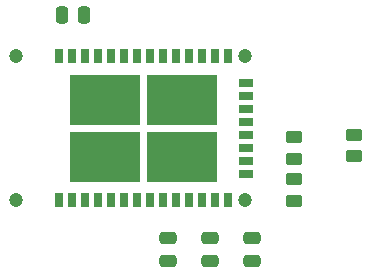
<source format=gbr>
%TF.GenerationSoftware,KiCad,Pcbnew,(6.0.1)*%
%TF.CreationDate,2022-03-15T19:28:32-04:00*%
%TF.ProjectId,WiFi-Board,57694669-2d42-46f6-9172-642e6b696361,rev?*%
%TF.SameCoordinates,Original*%
%TF.FileFunction,Paste,Top*%
%TF.FilePolarity,Positive*%
%FSLAX46Y46*%
G04 Gerber Fmt 4.6, Leading zero omitted, Abs format (unit mm)*
G04 Created by KiCad (PCBNEW (6.0.1)) date 2022-03-15 19:28:32*
%MOMM*%
%LPD*%
G01*
G04 APERTURE LIST*
G04 Aperture macros list*
%AMRoundRect*
0 Rectangle with rounded corners*
0 $1 Rounding radius*
0 $2 $3 $4 $5 $6 $7 $8 $9 X,Y pos of 4 corners*
0 Add a 4 corners polygon primitive as box body*
4,1,4,$2,$3,$4,$5,$6,$7,$8,$9,$2,$3,0*
0 Add four circle primitives for the rounded corners*
1,1,$1+$1,$2,$3*
1,1,$1+$1,$4,$5*
1,1,$1+$1,$6,$7*
1,1,$1+$1,$8,$9*
0 Add four rect primitives between the rounded corners*
20,1,$1+$1,$2,$3,$4,$5,0*
20,1,$1+$1,$4,$5,$6,$7,0*
20,1,$1+$1,$6,$7,$8,$9,0*
20,1,$1+$1,$8,$9,$2,$3,0*%
G04 Aperture macros list end*
%ADD10RoundRect,0.250000X0.450000X-0.262500X0.450000X0.262500X-0.450000X0.262500X-0.450000X-0.262500X0*%
%ADD11RoundRect,0.250000X-0.475000X0.250000X-0.475000X-0.250000X0.475000X-0.250000X0.475000X0.250000X0*%
%ADD12C,1.200000*%
%ADD13R,0.700000X1.200000*%
%ADD14R,1.200000X0.700000*%
%ADD15R,6.000000X4.200000*%
%ADD16RoundRect,0.250000X-0.450000X0.262500X-0.450000X-0.262500X0.450000X-0.262500X0.450000X0.262500X0*%
%ADD17RoundRect,0.250000X0.250000X0.475000X-0.250000X0.475000X-0.250000X-0.475000X0.250000X-0.475000X0*%
G04 APERTURE END LIST*
D10*
%TO.C,R1*%
X121412000Y-119888000D03*
X121412000Y-118063000D03*
%TD*%
D11*
%TO.C,C3*%
X110744000Y-123068000D03*
X110744000Y-124968000D03*
%TD*%
%TO.C,C1*%
X117856000Y-123068000D03*
X117856000Y-124968000D03*
%TD*%
D12*
%TO.C,U1*%
X117253682Y-107676815D03*
D13*
X115803682Y-107676815D03*
X114703682Y-107676815D03*
X113603682Y-107676815D03*
X112503682Y-107676815D03*
X111403682Y-107676815D03*
X110303682Y-107676815D03*
X109203682Y-107676815D03*
X108103682Y-107676815D03*
X107003682Y-107676815D03*
X105903682Y-107676815D03*
X104803682Y-107676815D03*
X103703682Y-107676815D03*
X102603682Y-107676815D03*
X101503682Y-107676815D03*
D12*
X97853682Y-107676815D03*
X97853682Y-119876815D03*
D13*
X101503682Y-119876815D03*
X102603682Y-119876815D03*
X103703682Y-119876815D03*
X104803682Y-119876815D03*
X105903682Y-119876815D03*
X107003682Y-119876815D03*
X108103682Y-119876815D03*
X109203682Y-119876815D03*
X110303682Y-119876815D03*
X111403682Y-119876815D03*
X112503682Y-119876815D03*
X113603682Y-119876815D03*
X114703682Y-119876815D03*
X115803682Y-119876815D03*
D12*
X117253682Y-119876815D03*
D14*
X117353682Y-117626815D03*
X117353682Y-116526815D03*
X117353682Y-115426815D03*
X117353682Y-114326815D03*
X117353682Y-113226815D03*
X117353682Y-112126815D03*
X117353682Y-111026815D03*
X117353682Y-109926815D03*
D15*
X111953682Y-111376815D03*
X105353682Y-111376815D03*
X105353682Y-116176815D03*
X111953682Y-116176815D03*
%TD*%
D16*
%TO.C,R2*%
X121412000Y-114507000D03*
X121412000Y-116332000D03*
%TD*%
D10*
%TO.C,R4*%
X126492000Y-116125000D03*
X126492000Y-114300000D03*
%TD*%
D17*
%TO.C,C4*%
X103632000Y-104140000D03*
X101732000Y-104140000D03*
%TD*%
D11*
%TO.C,C2*%
X114300000Y-123068000D03*
X114300000Y-124968000D03*
%TD*%
M02*

</source>
